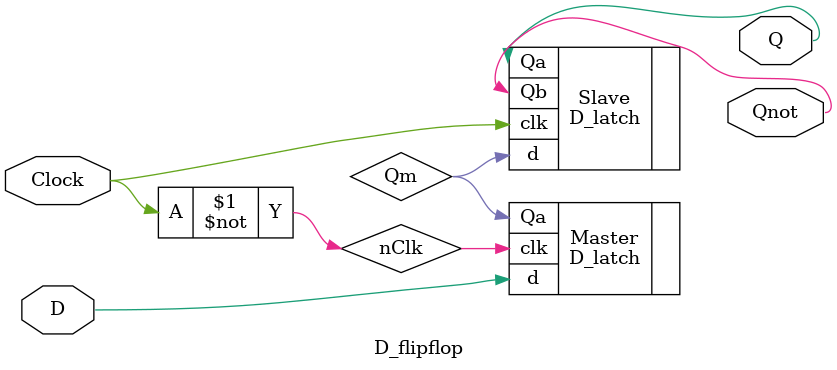
<source format=v>
module D_flipflop(
	input D,Clock,
	output Q,Qnot
);
	wire Qm,nClk;
	not(nClk,Clock);
	D_latch Master(
		.d(D),.clk(nClk),
		.Qa(Qm)
	);
	D_latch Slave(
		.d(Qm),.clk(Clock),
		.Qa(Q),.Qb(Qnot)
	);
endmodule

</source>
